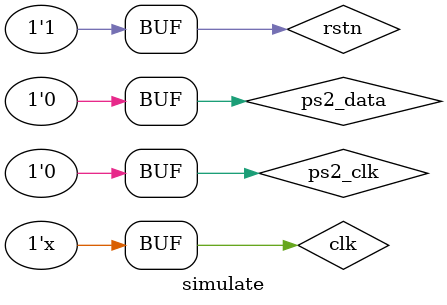
<source format=v>
`timescale 1ns / 1ps

module simulate;

// Inputs
reg clk;
reg rstn;
reg ps2_clk;
reg ps2_data;

// Outputs
wire hs;
wire vs;
wire [3:0] r;
wire [3:0] g;
wire [3:0] b;
wire SEGLED_CLK;
wire SEGLED_CLR;
wire SEGLED_DO;
wire SEGLED_PEN;

// Instantiate the Unit Under Test (UUT)
top uut (
    .clk(clk),
    .rstn(rstn),
    .ps2_clk(ps2_clk),
    .ps2_data(ps2_data),
    .hs(hs),
    .vs(vs),
    .r(r),
    .g(g),
    .b(b),
    .SEGLED_CLK(SEGLED_CLK),
    .SEGLED_CLR(SEGLED_CLR),
    .SEGLED_DO(SEGLED_DO),
    .SEGLED_PEN(SEGLED_PEN)
);

initial begin
    clk = 0;
    rstn = 0;
    ps2_clk = 0;
    ps2_data = 0;
    #100;
    rstn = 1; 
end

always #10 clk = ~clk; 
always @(posedge clk) begin
end

endmodule
</source>
